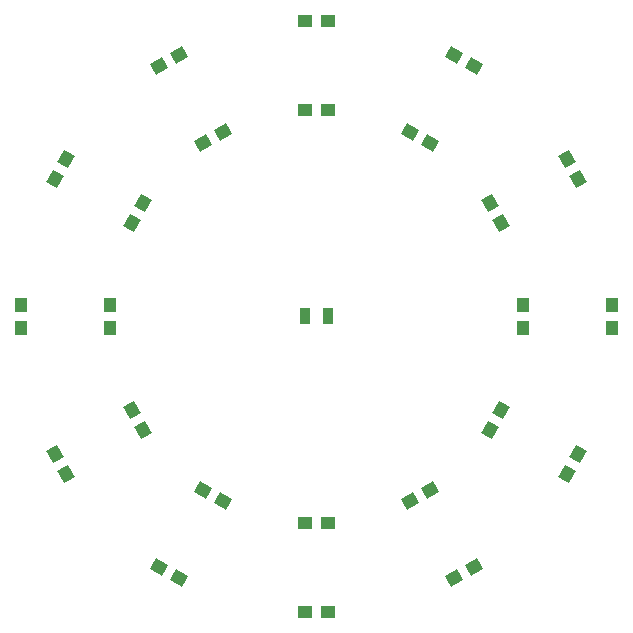
<source format=gbr>
%TF.GenerationSoftware,KiCad,Pcbnew,6.0.7+dfsg-1~bpo11+1*%
%TF.CreationDate,2022-09-06T20:28:51+02:00*%
%TF.ProjectId,pcb,7063622e-6b69-4636-9164-5f7063625858,0.1*%
%TF.SameCoordinates,Original*%
%TF.FileFunction,Paste,Bot*%
%TF.FilePolarity,Positive*%
%FSLAX46Y46*%
G04 Gerber Fmt 4.6, Leading zero omitted, Abs format (unit mm)*
G04 Created by KiCad (PCBNEW 6.0.7+dfsg-1~bpo11+1) date 2022-09-06 20:28:51*
%MOMM*%
%LPD*%
G01*
G04 APERTURE LIST*
G04 Aperture macros list*
%AMRotRect*
0 Rectangle, with rotation*
0 The origin of the aperture is its center*
0 $1 length*
0 $2 width*
0 $3 Rotation angle, in degrees counterclockwise*
0 Add horizontal line*
21,1,$1,$2,0,0,$3*%
G04 Aperture macros list end*
%ADD10R,1.050000X1.200000*%
%ADD11R,1.200000X1.050000*%
%ADD12RotRect,1.050000X1.200000X60.000000*%
%ADD13RotRect,1.050000X1.200000X210.000000*%
%ADD14RotRect,1.050000X1.200000X330.000000*%
%ADD15RotRect,1.050000X1.200000X240.000000*%
%ADD16RotRect,1.050000X1.200000X120.000000*%
%ADD17RotRect,1.050000X1.200000X300.000000*%
%ADD18RotRect,1.050000X1.200000X150.000000*%
%ADD19R,0.900000X1.400000*%
%ADD20RotRect,1.050000X1.200000X30.000000*%
G04 APERTURE END LIST*
D10*
%TO.C,V17*%
X175000000Y-99050000D03*
X175000000Y-100950000D03*
%TD*%
D11*
%TO.C,V14*%
X150950000Y-125000000D03*
X149050000Y-125000000D03*
%TD*%
D12*
%TO.C,V13*%
X138322724Y-122126000D03*
X136677276Y-121176000D03*
%TD*%
D13*
%TO.C,V18*%
X171176000Y-86677276D03*
X172126000Y-88322724D03*
%TD*%
D10*
%TO.C,V29*%
X167500000Y-99050000D03*
X167500000Y-100950000D03*
%TD*%
D12*
%TO.C,V25*%
X142072724Y-115630000D03*
X140427276Y-114680000D03*
%TD*%
D14*
%TO.C,V10*%
X127874000Y-88322724D03*
X128824000Y-86677276D03*
%TD*%
D15*
%TO.C,V19*%
X161677276Y-77874000D03*
X163322724Y-78824000D03*
%TD*%
D16*
%TO.C,V15*%
X163322724Y-121176000D03*
X161677276Y-122126000D03*
%TD*%
D17*
%TO.C,V9*%
X136677276Y-78824000D03*
X138322724Y-77874000D03*
%TD*%
D18*
%TO.C,V16*%
X172126000Y-111677276D03*
X171176000Y-113322724D03*
%TD*%
D15*
%TO.C,V31*%
X157927276Y-84370000D03*
X159572724Y-85320000D03*
%TD*%
D13*
%TO.C,V30*%
X164680000Y-90427276D03*
X165630000Y-92072724D03*
%TD*%
D17*
%TO.C,V21*%
X140427276Y-85320000D03*
X142072724Y-84370000D03*
%TD*%
D16*
%TO.C,V27*%
X159572724Y-114680000D03*
X157927276Y-115630000D03*
%TD*%
D18*
%TO.C,V28*%
X165630000Y-107927276D03*
X164680000Y-109572724D03*
%TD*%
D19*
%TO.C,V34*%
X149050000Y-100000000D03*
X150950000Y-100000000D03*
%TD*%
D20*
%TO.C,V12*%
X128824000Y-113322724D03*
X127874000Y-111677276D03*
%TD*%
D10*
%TO.C,V23*%
X132500000Y-100950000D03*
X132500000Y-99050000D03*
%TD*%
D20*
%TO.C,V24*%
X135320000Y-109572724D03*
X134370000Y-107927276D03*
%TD*%
D11*
%TO.C,V8*%
X149050000Y-75000000D03*
X150950000Y-75000000D03*
%TD*%
%TO.C,V20*%
X149050000Y-82500000D03*
X150950000Y-82500000D03*
%TD*%
D14*
%TO.C,V22*%
X134370000Y-92072724D03*
X135320000Y-90427276D03*
%TD*%
D10*
%TO.C,V11*%
X125000000Y-100950000D03*
X125000000Y-99050000D03*
%TD*%
D11*
%TO.C,V26*%
X150950000Y-117500000D03*
X149050000Y-117500000D03*
%TD*%
M02*

</source>
